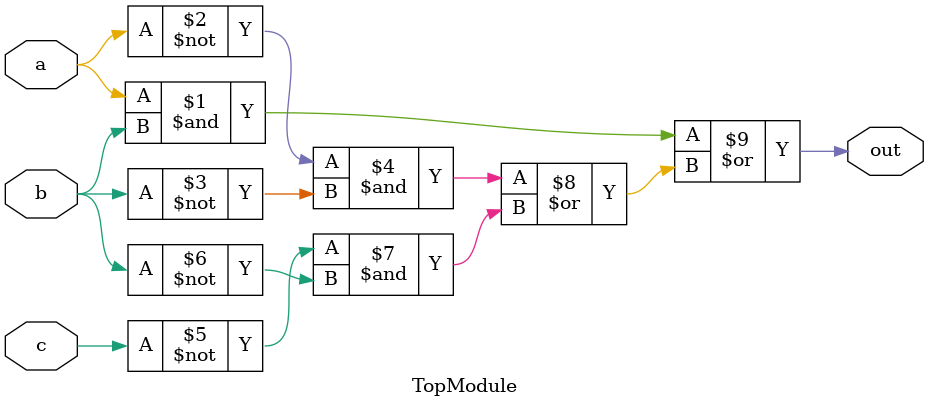
<source format=sv>


module TopModule (
  input a,
  input b,
  input c,
  output out
);

assign out = (a & b) | ((~a & ~b) | (~c & ~b));
endmodule

</source>
